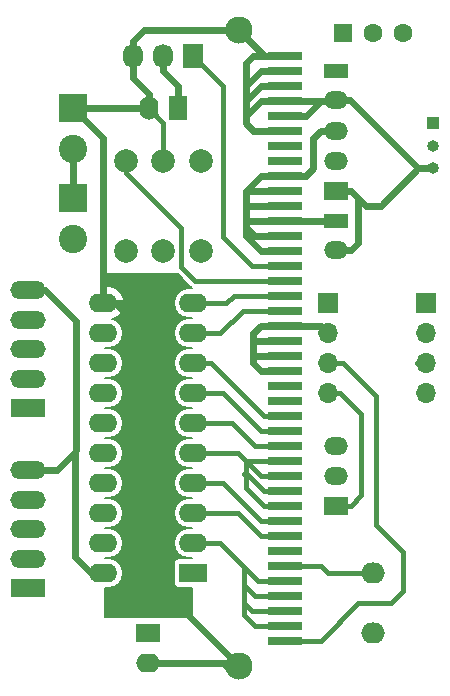
<source format=gtl>
G04 #@! TF.FileFunction,Copper,L1,Top,Signal*
%FSLAX46Y46*%
G04 Gerber Fmt 4.6, Leading zero omitted, Abs format (unit mm)*
G04 Created by KiCad (PCBNEW 4.0.7) date 10/20/19 14:23:03*
%MOMM*%
%LPD*%
G01*
G04 APERTURE LIST*
%ADD10C,0.100000*%
%ADD11R,3.000000X1.500000*%
%ADD12O,3.000000X1.500000*%
%ADD13R,1.000000X1.000000*%
%ADD14O,1.000000X1.000000*%
%ADD15R,1.700000X1.700000*%
%ADD16O,1.700000X1.700000*%
%ADD17O,2.000000X1.778000*%
%ADD18R,2.000000X1.300000*%
%ADD19O,2.000000X1.500000*%
%ADD20R,1.600000X2.000000*%
%ADD21O,1.600000X2.000000*%
%ADD22O,2.000000X1.600000*%
%ADD23R,2.000000X1.600000*%
%ADD24O,2.000000X1.520000*%
%ADD25R,2.000000X1.520000*%
%ADD26R,1.727200X2.032000*%
%ADD27O,1.727200X2.032000*%
%ADD28C,2.400000*%
%ADD29R,2.400000X2.400000*%
%ADD30C,2.300000*%
%ADD31R,2.900000X0.800000*%
%ADD32C,2.000000*%
%ADD33R,1.500000X1.500000*%
%ADD34C,1.600000*%
%ADD35R,2.400000X1.600000*%
%ADD36O,2.400000X1.600000*%
%ADD37C,0.406400*%
%ADD38C,0.609600*%
%ADD39C,0.200000*%
G04 APERTURE END LIST*
D10*
D11*
X124460000Y-109220000D03*
D12*
X124460000Y-106720000D03*
X124460000Y-104220000D03*
X124460000Y-101720000D03*
X124460000Y-99220000D03*
D11*
X124460000Y-93980000D03*
D12*
X124460000Y-91480000D03*
X124460000Y-88980000D03*
X124460000Y-86480000D03*
X124460000Y-83980000D03*
D13*
X158750000Y-69850000D03*
D14*
X158750000Y-71755000D03*
X158750000Y-73660000D03*
D15*
X149860000Y-85090000D03*
D16*
X149860000Y-87630000D03*
X149860000Y-90170000D03*
X149860000Y-92710000D03*
D15*
X158115000Y-85090000D03*
D16*
X158115000Y-87630000D03*
X158115000Y-90170000D03*
X158115000Y-92710000D03*
D17*
X153670000Y-113030000D03*
X153670000Y-107950000D03*
D18*
X150495000Y-78105000D03*
D19*
X150495000Y-80605000D03*
D18*
X150495000Y-65405000D03*
D19*
X150495000Y-67905000D03*
D20*
X137160000Y-68580000D03*
D21*
X134660000Y-68580000D03*
D22*
X134620000Y-115530000D03*
D23*
X134620000Y-113030000D03*
D24*
X150495000Y-73025000D03*
X150495000Y-70485000D03*
D25*
X150495000Y-75565000D03*
D24*
X150495000Y-99695000D03*
X150495000Y-97155000D03*
D25*
X150495000Y-102235000D03*
D26*
X138430000Y-64135000D03*
D27*
X135890000Y-64135000D03*
X133350000Y-64135000D03*
D28*
X128270000Y-72080000D03*
D29*
X128270000Y-68580000D03*
D28*
X128270000Y-79700000D03*
D29*
X128270000Y-76200000D03*
D30*
X142310000Y-62000000D03*
D31*
X146210000Y-113665000D03*
X146210000Y-111125000D03*
X146210000Y-108585000D03*
X146210000Y-106045000D03*
X146210000Y-103505000D03*
X146210000Y-100965000D03*
X146210000Y-98425000D03*
X146210000Y-95885000D03*
X146210000Y-93345000D03*
X146210000Y-90805000D03*
X146210000Y-88265000D03*
X146210000Y-85725000D03*
X146210000Y-83185000D03*
X146210000Y-80645000D03*
X146210000Y-78105000D03*
X146210000Y-75565000D03*
X146210000Y-73025000D03*
X146210000Y-70485000D03*
X146210000Y-67945000D03*
X146210000Y-65405000D03*
X146210000Y-112395000D03*
X146210000Y-109855000D03*
X146210000Y-107315000D03*
X146210000Y-104775000D03*
X146210000Y-102235000D03*
X146210000Y-99695000D03*
X146210000Y-97155000D03*
X146210000Y-94615000D03*
X146210000Y-92075000D03*
X146210000Y-89535000D03*
X146210000Y-86995000D03*
X146210000Y-84455000D03*
X146210000Y-81915000D03*
X146210000Y-79375000D03*
X146210000Y-76835000D03*
X146210000Y-74295000D03*
X146210000Y-71755000D03*
X146210000Y-69215000D03*
X146210000Y-66675000D03*
X146210000Y-64135000D03*
D30*
X142310000Y-115800000D03*
D32*
X132715000Y-80645000D03*
X132715000Y-73025000D03*
X135890000Y-73025000D03*
X135890000Y-80645000D03*
X139065000Y-80645000D03*
X139065000Y-73025000D03*
D33*
X151130000Y-62230000D03*
D34*
X153670000Y-62230000D03*
X156210000Y-62230000D03*
D35*
X138430000Y-107950000D03*
D36*
X130810000Y-85090000D03*
X138430000Y-105410000D03*
X130810000Y-87630000D03*
X138430000Y-102870000D03*
X130810000Y-90170000D03*
X138430000Y-100330000D03*
X130810000Y-92710000D03*
X138430000Y-97790000D03*
X130810000Y-95250000D03*
X138430000Y-95250000D03*
X130810000Y-97790000D03*
X138430000Y-92710000D03*
X130810000Y-100330000D03*
X138430000Y-90170000D03*
X130810000Y-102870000D03*
X138430000Y-87630000D03*
X130810000Y-105410000D03*
X138430000Y-85090000D03*
X130810000Y-107950000D03*
D37*
X135890000Y-73025000D02*
X135890000Y-69810000D01*
X135890000Y-69810000D02*
X134660000Y-68580000D01*
D38*
X130810000Y-85090000D02*
X130810000Y-71120000D01*
X130810000Y-71120000D02*
X128270000Y-68580000D01*
X130810000Y-85090000D02*
X131826000Y-85090000D01*
X131826000Y-85090000D02*
X134620000Y-87884000D01*
X134620000Y-108110000D02*
X142310000Y-115800000D01*
X134620000Y-87884000D02*
X134620000Y-108110000D01*
X130810000Y-85090000D02*
X131318000Y-85090000D01*
X158750000Y-73660000D02*
X157480000Y-73660000D01*
X157480000Y-73660000D02*
X151725000Y-67905000D01*
X151725000Y-67905000D02*
X150495000Y-67905000D01*
X153035000Y-76835000D02*
X152400000Y-76200000D01*
X154305000Y-76835000D02*
X153035000Y-76835000D01*
X157480000Y-73660000D02*
X154305000Y-76835000D01*
X150495000Y-80605000D02*
X151805000Y-80605000D01*
X151765000Y-75565000D02*
X150495000Y-75565000D01*
X152400000Y-76200000D02*
X151765000Y-75565000D01*
X152400000Y-80010000D02*
X152400000Y-76200000D01*
X151805000Y-80605000D02*
X152400000Y-80010000D01*
X150495000Y-67905000D02*
X151090000Y-67905000D01*
X149860000Y-67945000D02*
X150455000Y-67945000D01*
X150455000Y-67945000D02*
X150495000Y-67905000D01*
X150495000Y-75565000D02*
X151130000Y-75565000D01*
X146210000Y-69215000D02*
X147955000Y-69215000D01*
X147955000Y-69215000D02*
X149225000Y-67945000D01*
X146210000Y-67945000D02*
X144145000Y-67945000D01*
X144145000Y-67945000D02*
X142875000Y-69215000D01*
X146210000Y-66675000D02*
X144145000Y-66675000D01*
X144145000Y-66675000D02*
X142875000Y-67945000D01*
X146210000Y-65405000D02*
X144145000Y-65405000D01*
X144145000Y-65405000D02*
X142875000Y-66675000D01*
X146210000Y-70485000D02*
X143510000Y-70485000D01*
X143510000Y-70485000D02*
X142875000Y-69850000D01*
X142875000Y-69850000D02*
X142875000Y-69215000D01*
X143510000Y-64135000D02*
X146210000Y-64135000D01*
X142875000Y-64770000D02*
X143510000Y-64135000D01*
X142875000Y-69215000D02*
X142875000Y-67945000D01*
X142875000Y-67945000D02*
X142875000Y-66675000D01*
X142875000Y-66675000D02*
X142875000Y-64770000D01*
X142310000Y-115800000D02*
X141200000Y-115800000D01*
X134620000Y-115530000D02*
X142040000Y-115530000D01*
X142040000Y-115530000D02*
X142310000Y-115800000D01*
X149900000Y-85050000D02*
X149860000Y-85090000D01*
X142310000Y-62000000D02*
X134215000Y-62000000D01*
X133350000Y-62865000D02*
X133350000Y-64135000D01*
X134215000Y-62000000D02*
X133350000Y-62865000D01*
X134660000Y-68580000D02*
X134660000Y-67350000D01*
X134660000Y-67350000D02*
X133350000Y-66040000D01*
X133350000Y-66040000D02*
X133350000Y-64135000D01*
X128270000Y-68580000D02*
X134660000Y-68580000D01*
X146210000Y-67945000D02*
X149860000Y-67945000D01*
X149860000Y-67945000D02*
X149900000Y-67945000D01*
X146210000Y-64135000D02*
X144445000Y-64135000D01*
X144445000Y-64135000D02*
X142310000Y-62000000D01*
X149225000Y-67945000D02*
X149900000Y-67945000D01*
X146210000Y-79375000D02*
X143637000Y-79375000D01*
X143637000Y-79375000D02*
X142875000Y-78613000D01*
X146210000Y-78105000D02*
X142875000Y-78105000D01*
X143002000Y-77978000D02*
X142875000Y-77978000D01*
X142875000Y-78105000D02*
X143002000Y-77978000D01*
X146210000Y-76835000D02*
X142875000Y-76835000D01*
X143002000Y-76708000D02*
X142875000Y-76708000D01*
X142875000Y-76835000D02*
X143002000Y-76708000D01*
X146210000Y-80645000D02*
X144145000Y-80645000D01*
X144145000Y-80645000D02*
X142875000Y-79375000D01*
X142875000Y-79375000D02*
X142875000Y-78613000D01*
X142875000Y-78613000D02*
X142875000Y-77978000D01*
X142875000Y-77978000D02*
X142875000Y-76708000D01*
X142875000Y-76708000D02*
X142875000Y-75565000D01*
X146210000Y-74295000D02*
X147955000Y-74295000D01*
X149225000Y-70485000D02*
X150495000Y-70485000D01*
X148590000Y-71120000D02*
X149225000Y-70485000D01*
X148590000Y-73660000D02*
X148590000Y-71120000D01*
X147955000Y-74295000D02*
X148590000Y-73660000D01*
X150495000Y-78105000D02*
X149860000Y-78105000D01*
X149860000Y-78105000D02*
X146210000Y-78105000D01*
X146210000Y-75565000D02*
X142875000Y-75565000D01*
X146210000Y-74295000D02*
X144145000Y-74295000D01*
X144145000Y-74295000D02*
X142875000Y-75565000D01*
X150495000Y-70485000D02*
X151130000Y-70485000D01*
D37*
X146210000Y-113665000D02*
X149225000Y-113665000D01*
X151130000Y-90170000D02*
X149860000Y-90170000D01*
X153924000Y-92964000D02*
X151130000Y-90170000D01*
X153924000Y-94996000D02*
X153924000Y-92964000D01*
X153924000Y-103886000D02*
X153924000Y-94996000D01*
X156210000Y-106172000D02*
X153924000Y-103886000D01*
X156210000Y-109474000D02*
X156210000Y-106172000D01*
X155194000Y-110490000D02*
X156210000Y-109474000D01*
X152400000Y-110490000D02*
X155194000Y-110490000D01*
X149225000Y-113665000D02*
X152400000Y-110490000D01*
D38*
X157480000Y-90170000D02*
X158115000Y-90170000D01*
D37*
X146210000Y-109855000D02*
X143637000Y-109855000D01*
X143637000Y-109855000D02*
X142748000Y-108966000D01*
X146210000Y-111125000D02*
X143383000Y-111125000D01*
X143383000Y-111125000D02*
X142748000Y-110490000D01*
X146210000Y-112395000D02*
X143637000Y-112395000D01*
X142748000Y-111506000D02*
X142748000Y-110490000D01*
X142748000Y-110490000D02*
X142748000Y-108966000D01*
X142748000Y-108966000D02*
X142748000Y-107442000D01*
X143637000Y-112395000D02*
X142748000Y-111506000D01*
X146210000Y-108585000D02*
X143891000Y-108585000D01*
X140716000Y-105410000D02*
X138430000Y-105410000D01*
X143891000Y-108585000D02*
X142748000Y-107442000D01*
X142748000Y-107442000D02*
X140716000Y-105410000D01*
X146210000Y-103505000D02*
X144145000Y-103505000D01*
X140970000Y-100330000D02*
X138430000Y-100330000D01*
X144145000Y-103505000D02*
X140970000Y-100330000D01*
X146210000Y-99695000D02*
X144145000Y-99695000D01*
X144145000Y-99695000D02*
X142875000Y-98425000D01*
X146210000Y-100965000D02*
X144399000Y-100965000D01*
X142748000Y-99568000D02*
X142875000Y-99568000D01*
X142875000Y-99441000D02*
X142748000Y-99568000D01*
X144399000Y-100965000D02*
X142875000Y-99441000D01*
X146210000Y-102235000D02*
X144399000Y-102235000D01*
X142875000Y-100711000D02*
X142875000Y-99568000D01*
X142875000Y-99568000D02*
X142875000Y-98425000D01*
X144399000Y-102235000D02*
X142875000Y-100711000D01*
X146210000Y-98425000D02*
X142875000Y-98425000D01*
X142240000Y-97790000D02*
X138430000Y-97790000D01*
X142875000Y-98425000D02*
X142240000Y-97790000D01*
X146210000Y-95885000D02*
X144145000Y-95885000D01*
X140970000Y-92710000D02*
X138430000Y-92710000D01*
X144145000Y-95885000D02*
X140970000Y-92710000D01*
D38*
X146210000Y-88265000D02*
X143510000Y-88265000D01*
X146210000Y-89535000D02*
X143510000Y-89535000D01*
X146210000Y-90805000D02*
X144145000Y-90805000D01*
X144145000Y-86995000D02*
X146210000Y-86995000D01*
X143510000Y-87630000D02*
X144145000Y-86995000D01*
X143510000Y-90170000D02*
X143510000Y-89535000D01*
X143510000Y-89535000D02*
X143510000Y-88265000D01*
X143510000Y-88265000D02*
X143510000Y-87630000D01*
X144145000Y-90805000D02*
X143510000Y-90170000D01*
X146210000Y-86995000D02*
X149225000Y-86995000D01*
X149225000Y-86995000D02*
X149860000Y-87630000D01*
D37*
X146210000Y-85725000D02*
X142621000Y-85725000D01*
X140716000Y-87630000D02*
X138430000Y-87630000D01*
X142621000Y-85725000D02*
X140716000Y-87630000D01*
D38*
X138430000Y-87630000D02*
X137795000Y-87630000D01*
D37*
X146210000Y-83185000D02*
X138557000Y-83185000D01*
X132715000Y-74041000D02*
X132715000Y-73025000D01*
X137414000Y-78740000D02*
X132715000Y-74041000D01*
X137414000Y-82042000D02*
X137414000Y-78740000D01*
X138557000Y-83185000D02*
X137414000Y-82042000D01*
X146210000Y-107315000D02*
X149225000Y-107315000D01*
X149860000Y-107950000D02*
X153670000Y-107950000D01*
X149225000Y-107315000D02*
X149860000Y-107950000D01*
X146210000Y-104775000D02*
X144145000Y-104775000D01*
X142240000Y-102870000D02*
X138430000Y-102870000D01*
X144145000Y-104775000D02*
X142240000Y-102870000D01*
X146210000Y-97155000D02*
X143637000Y-97155000D01*
X141732000Y-95250000D02*
X138430000Y-95250000D01*
X143637000Y-97155000D02*
X141732000Y-95250000D01*
X146210000Y-94615000D02*
X144399000Y-94615000D01*
X139954000Y-90170000D02*
X138430000Y-90170000D01*
X144399000Y-94615000D02*
X139954000Y-90170000D01*
X146210000Y-84455000D02*
X141859000Y-84455000D01*
X141224000Y-85090000D02*
X138430000Y-85090000D01*
X141859000Y-84455000D02*
X141224000Y-85090000D01*
X146210000Y-81915000D02*
X143383000Y-81915000D01*
X140970000Y-66675000D02*
X138430000Y-64135000D01*
X140970000Y-79502000D02*
X140970000Y-66675000D01*
X143383000Y-81915000D02*
X140970000Y-79502000D01*
D38*
X138430000Y-64770000D02*
X138430000Y-64135000D01*
X128397000Y-97663000D02*
X128397000Y-106553000D01*
X128397000Y-106553000D02*
X129794000Y-107950000D01*
X129794000Y-107950000D02*
X130810000Y-107950000D01*
X124460000Y-83980000D02*
X125890000Y-83980000D01*
X125890000Y-83980000D02*
X128524000Y-86614000D01*
X126840000Y-99220000D02*
X124460000Y-99220000D01*
X128524000Y-97536000D02*
X128397000Y-97663000D01*
X128397000Y-97663000D02*
X126840000Y-99220000D01*
X128524000Y-86614000D02*
X128524000Y-97536000D01*
X135890000Y-64135000D02*
X135890000Y-65405000D01*
X135890000Y-65405000D02*
X137160000Y-66675000D01*
X137160000Y-66675000D02*
X137160000Y-68580000D01*
X128270000Y-72080000D02*
X128270000Y-76200000D01*
D37*
X150495000Y-102235000D02*
X151765000Y-102235000D01*
X150876000Y-92710000D02*
X149860000Y-92710000D01*
X152654000Y-94488000D02*
X150876000Y-92710000D01*
X152654000Y-101346000D02*
X152654000Y-94488000D01*
X151765000Y-102235000D02*
X152654000Y-101346000D01*
X150495000Y-102235000D02*
X150749000Y-102235000D01*
D38*
X150495000Y-102235000D02*
X149860000Y-102235000D01*
X150495000Y-102235000D02*
X151130000Y-102235000D01*
X150495000Y-102235000D02*
X149860000Y-102235000D01*
D39*
G36*
X138095118Y-83646882D02*
X138307031Y-83788478D01*
X138330000Y-83793047D01*
X138330000Y-83840000D01*
X137997675Y-83840000D01*
X137519321Y-83935151D01*
X137113792Y-84206117D01*
X136842826Y-84611646D01*
X136747675Y-85090000D01*
X136842826Y-85568354D01*
X137113792Y-85973883D01*
X137519321Y-86244849D01*
X137997675Y-86340000D01*
X138330000Y-86340000D01*
X138330000Y-86380000D01*
X137997675Y-86380000D01*
X137519321Y-86475151D01*
X137113792Y-86746117D01*
X136842826Y-87151646D01*
X136747675Y-87630000D01*
X136842826Y-88108354D01*
X137113792Y-88513883D01*
X137519321Y-88784849D01*
X137997675Y-88880000D01*
X138330000Y-88880000D01*
X138330000Y-88920000D01*
X137997675Y-88920000D01*
X137519321Y-89015151D01*
X137113792Y-89286117D01*
X136842826Y-89691646D01*
X136747675Y-90170000D01*
X136842826Y-90648354D01*
X137113792Y-91053883D01*
X137519321Y-91324849D01*
X137997675Y-91420000D01*
X138330000Y-91420000D01*
X138330000Y-91460000D01*
X137997675Y-91460000D01*
X137519321Y-91555151D01*
X137113792Y-91826117D01*
X136842826Y-92231646D01*
X136747675Y-92710000D01*
X136842826Y-93188354D01*
X137113792Y-93593883D01*
X137519321Y-93864849D01*
X137997675Y-93960000D01*
X138330000Y-93960000D01*
X138330000Y-94000000D01*
X137997675Y-94000000D01*
X137519321Y-94095151D01*
X137113792Y-94366117D01*
X136842826Y-94771646D01*
X136747675Y-95250000D01*
X136842826Y-95728354D01*
X137113792Y-96133883D01*
X137519321Y-96404849D01*
X137997675Y-96500000D01*
X138330000Y-96500000D01*
X138330000Y-96540000D01*
X137997675Y-96540000D01*
X137519321Y-96635151D01*
X137113792Y-96906117D01*
X136842826Y-97311646D01*
X136747675Y-97790000D01*
X136842826Y-98268354D01*
X137113792Y-98673883D01*
X137519321Y-98944849D01*
X137997675Y-99040000D01*
X138330000Y-99040000D01*
X138330000Y-99080000D01*
X137997675Y-99080000D01*
X137519321Y-99175151D01*
X137113792Y-99446117D01*
X136842826Y-99851646D01*
X136747675Y-100330000D01*
X136842826Y-100808354D01*
X137113792Y-101213883D01*
X137519321Y-101484849D01*
X137997675Y-101580000D01*
X138330000Y-101580000D01*
X138330000Y-101620000D01*
X137997675Y-101620000D01*
X137519321Y-101715151D01*
X137113792Y-101986117D01*
X136842826Y-102391646D01*
X136747675Y-102870000D01*
X136842826Y-103348354D01*
X137113792Y-103753883D01*
X137519321Y-104024849D01*
X137997675Y-104120000D01*
X138330000Y-104120000D01*
X138330000Y-104160000D01*
X137997675Y-104160000D01*
X137519321Y-104255151D01*
X137113792Y-104526117D01*
X136842826Y-104931646D01*
X136747675Y-105410000D01*
X136842826Y-105888354D01*
X137113792Y-106293883D01*
X137519321Y-106564849D01*
X137997675Y-106660000D01*
X138330000Y-106660000D01*
X138330000Y-106691184D01*
X137230000Y-106691184D01*
X137063240Y-106722562D01*
X136910081Y-106821117D01*
X136807332Y-106971495D01*
X136771184Y-107150000D01*
X136771184Y-108750000D01*
X136802562Y-108916760D01*
X136901117Y-109069919D01*
X137051495Y-109172668D01*
X137230000Y-109208816D01*
X138330000Y-109208816D01*
X138330000Y-111660000D01*
X130910000Y-111660000D01*
X130910000Y-109200000D01*
X131242325Y-109200000D01*
X131720679Y-109104849D01*
X132126208Y-108833883D01*
X132397174Y-108428354D01*
X132492325Y-107950000D01*
X132397174Y-107471646D01*
X132126208Y-107066117D01*
X131720679Y-106795151D01*
X131242325Y-106700000D01*
X130910000Y-106700000D01*
X130910000Y-106660000D01*
X131242325Y-106660000D01*
X131720679Y-106564849D01*
X132126208Y-106293883D01*
X132397174Y-105888354D01*
X132492325Y-105410000D01*
X132397174Y-104931646D01*
X132126208Y-104526117D01*
X131720679Y-104255151D01*
X131242325Y-104160000D01*
X130910000Y-104160000D01*
X130910000Y-104120000D01*
X131242325Y-104120000D01*
X131720679Y-104024849D01*
X132126208Y-103753883D01*
X132397174Y-103348354D01*
X132492325Y-102870000D01*
X132397174Y-102391646D01*
X132126208Y-101986117D01*
X131720679Y-101715151D01*
X131242325Y-101620000D01*
X130910000Y-101620000D01*
X130910000Y-101580000D01*
X131242325Y-101580000D01*
X131720679Y-101484849D01*
X132126208Y-101213883D01*
X132397174Y-100808354D01*
X132492325Y-100330000D01*
X132397174Y-99851646D01*
X132126208Y-99446117D01*
X131720679Y-99175151D01*
X131242325Y-99080000D01*
X130910000Y-99080000D01*
X130910000Y-99040000D01*
X131242325Y-99040000D01*
X131720679Y-98944849D01*
X132126208Y-98673883D01*
X132397174Y-98268354D01*
X132492325Y-97790000D01*
X132397174Y-97311646D01*
X132126208Y-96906117D01*
X131720679Y-96635151D01*
X131242325Y-96540000D01*
X130910000Y-96540000D01*
X130910000Y-96500000D01*
X131242325Y-96500000D01*
X131720679Y-96404849D01*
X132126208Y-96133883D01*
X132397174Y-95728354D01*
X132492325Y-95250000D01*
X132397174Y-94771646D01*
X132126208Y-94366117D01*
X131720679Y-94095151D01*
X131242325Y-94000000D01*
X130910000Y-94000000D01*
X130910000Y-93960000D01*
X131242325Y-93960000D01*
X131720679Y-93864849D01*
X132126208Y-93593883D01*
X132397174Y-93188354D01*
X132492325Y-92710000D01*
X132397174Y-92231646D01*
X132126208Y-91826117D01*
X131720679Y-91555151D01*
X131242325Y-91460000D01*
X130910000Y-91460000D01*
X130910000Y-91420000D01*
X131242325Y-91420000D01*
X131720679Y-91324849D01*
X132126208Y-91053883D01*
X132397174Y-90648354D01*
X132492325Y-90170000D01*
X132397174Y-89691646D01*
X132126208Y-89286117D01*
X131720679Y-89015151D01*
X131242325Y-88920000D01*
X130910000Y-88920000D01*
X130910000Y-88880000D01*
X131242325Y-88880000D01*
X131720679Y-88784849D01*
X132126208Y-88513883D01*
X132397174Y-88108354D01*
X132492325Y-87630000D01*
X132397174Y-87151646D01*
X132126208Y-86746117D01*
X131720679Y-86475151D01*
X131546465Y-86440497D01*
X131891096Y-86331889D01*
X132314501Y-85976712D01*
X132568231Y-85461042D01*
X132456523Y-85244000D01*
X130964000Y-85244000D01*
X130964000Y-85264000D01*
X130910000Y-85264000D01*
X130910000Y-84916000D01*
X130964000Y-84916000D01*
X130964000Y-84936000D01*
X132456523Y-84936000D01*
X132568231Y-84718958D01*
X132314501Y-84203288D01*
X131891096Y-83848111D01*
X131364000Y-83682000D01*
X130910000Y-83682000D01*
X130910000Y-82650000D01*
X137098236Y-82650000D01*
X138095118Y-83646882D01*
X138095118Y-83646882D01*
G37*
X138095118Y-83646882D02*
X138307031Y-83788478D01*
X138330000Y-83793047D01*
X138330000Y-83840000D01*
X137997675Y-83840000D01*
X137519321Y-83935151D01*
X137113792Y-84206117D01*
X136842826Y-84611646D01*
X136747675Y-85090000D01*
X136842826Y-85568354D01*
X137113792Y-85973883D01*
X137519321Y-86244849D01*
X137997675Y-86340000D01*
X138330000Y-86340000D01*
X138330000Y-86380000D01*
X137997675Y-86380000D01*
X137519321Y-86475151D01*
X137113792Y-86746117D01*
X136842826Y-87151646D01*
X136747675Y-87630000D01*
X136842826Y-88108354D01*
X137113792Y-88513883D01*
X137519321Y-88784849D01*
X137997675Y-88880000D01*
X138330000Y-88880000D01*
X138330000Y-88920000D01*
X137997675Y-88920000D01*
X137519321Y-89015151D01*
X137113792Y-89286117D01*
X136842826Y-89691646D01*
X136747675Y-90170000D01*
X136842826Y-90648354D01*
X137113792Y-91053883D01*
X137519321Y-91324849D01*
X137997675Y-91420000D01*
X138330000Y-91420000D01*
X138330000Y-91460000D01*
X137997675Y-91460000D01*
X137519321Y-91555151D01*
X137113792Y-91826117D01*
X136842826Y-92231646D01*
X136747675Y-92710000D01*
X136842826Y-93188354D01*
X137113792Y-93593883D01*
X137519321Y-93864849D01*
X137997675Y-93960000D01*
X138330000Y-93960000D01*
X138330000Y-94000000D01*
X137997675Y-94000000D01*
X137519321Y-94095151D01*
X137113792Y-94366117D01*
X136842826Y-94771646D01*
X136747675Y-95250000D01*
X136842826Y-95728354D01*
X137113792Y-96133883D01*
X137519321Y-96404849D01*
X137997675Y-96500000D01*
X138330000Y-96500000D01*
X138330000Y-96540000D01*
X137997675Y-96540000D01*
X137519321Y-96635151D01*
X137113792Y-96906117D01*
X136842826Y-97311646D01*
X136747675Y-97790000D01*
X136842826Y-98268354D01*
X137113792Y-98673883D01*
X137519321Y-98944849D01*
X137997675Y-99040000D01*
X138330000Y-99040000D01*
X138330000Y-99080000D01*
X137997675Y-99080000D01*
X137519321Y-99175151D01*
X137113792Y-99446117D01*
X136842826Y-99851646D01*
X136747675Y-100330000D01*
X136842826Y-100808354D01*
X137113792Y-101213883D01*
X137519321Y-101484849D01*
X137997675Y-101580000D01*
X138330000Y-101580000D01*
X138330000Y-101620000D01*
X137997675Y-101620000D01*
X137519321Y-101715151D01*
X137113792Y-101986117D01*
X136842826Y-102391646D01*
X136747675Y-102870000D01*
X136842826Y-103348354D01*
X137113792Y-103753883D01*
X137519321Y-104024849D01*
X137997675Y-104120000D01*
X138330000Y-104120000D01*
X138330000Y-104160000D01*
X137997675Y-104160000D01*
X137519321Y-104255151D01*
X137113792Y-104526117D01*
X136842826Y-104931646D01*
X136747675Y-105410000D01*
X136842826Y-105888354D01*
X137113792Y-106293883D01*
X137519321Y-106564849D01*
X137997675Y-106660000D01*
X138330000Y-106660000D01*
X138330000Y-106691184D01*
X137230000Y-106691184D01*
X137063240Y-106722562D01*
X136910081Y-106821117D01*
X136807332Y-106971495D01*
X136771184Y-107150000D01*
X136771184Y-108750000D01*
X136802562Y-108916760D01*
X136901117Y-109069919D01*
X137051495Y-109172668D01*
X137230000Y-109208816D01*
X138330000Y-109208816D01*
X138330000Y-111660000D01*
X130910000Y-111660000D01*
X130910000Y-109200000D01*
X131242325Y-109200000D01*
X131720679Y-109104849D01*
X132126208Y-108833883D01*
X132397174Y-108428354D01*
X132492325Y-107950000D01*
X132397174Y-107471646D01*
X132126208Y-107066117D01*
X131720679Y-106795151D01*
X131242325Y-106700000D01*
X130910000Y-106700000D01*
X130910000Y-106660000D01*
X131242325Y-106660000D01*
X131720679Y-106564849D01*
X132126208Y-106293883D01*
X132397174Y-105888354D01*
X132492325Y-105410000D01*
X132397174Y-104931646D01*
X132126208Y-104526117D01*
X131720679Y-104255151D01*
X131242325Y-104160000D01*
X130910000Y-104160000D01*
X130910000Y-104120000D01*
X131242325Y-104120000D01*
X131720679Y-104024849D01*
X132126208Y-103753883D01*
X132397174Y-103348354D01*
X132492325Y-102870000D01*
X132397174Y-102391646D01*
X132126208Y-101986117D01*
X131720679Y-101715151D01*
X131242325Y-101620000D01*
X130910000Y-101620000D01*
X130910000Y-101580000D01*
X131242325Y-101580000D01*
X131720679Y-101484849D01*
X132126208Y-101213883D01*
X132397174Y-100808354D01*
X132492325Y-100330000D01*
X132397174Y-99851646D01*
X132126208Y-99446117D01*
X131720679Y-99175151D01*
X131242325Y-99080000D01*
X130910000Y-99080000D01*
X130910000Y-99040000D01*
X131242325Y-99040000D01*
X131720679Y-98944849D01*
X132126208Y-98673883D01*
X132397174Y-98268354D01*
X132492325Y-97790000D01*
X132397174Y-97311646D01*
X132126208Y-96906117D01*
X131720679Y-96635151D01*
X131242325Y-96540000D01*
X130910000Y-96540000D01*
X130910000Y-96500000D01*
X131242325Y-96500000D01*
X131720679Y-96404849D01*
X132126208Y-96133883D01*
X132397174Y-95728354D01*
X132492325Y-95250000D01*
X132397174Y-94771646D01*
X132126208Y-94366117D01*
X131720679Y-94095151D01*
X131242325Y-94000000D01*
X130910000Y-94000000D01*
X130910000Y-93960000D01*
X131242325Y-93960000D01*
X131720679Y-93864849D01*
X132126208Y-93593883D01*
X132397174Y-93188354D01*
X132492325Y-92710000D01*
X132397174Y-92231646D01*
X132126208Y-91826117D01*
X131720679Y-91555151D01*
X131242325Y-91460000D01*
X130910000Y-91460000D01*
X130910000Y-91420000D01*
X131242325Y-91420000D01*
X131720679Y-91324849D01*
X132126208Y-91053883D01*
X132397174Y-90648354D01*
X132492325Y-90170000D01*
X132397174Y-89691646D01*
X132126208Y-89286117D01*
X131720679Y-89015151D01*
X131242325Y-88920000D01*
X130910000Y-88920000D01*
X130910000Y-88880000D01*
X131242325Y-88880000D01*
X131720679Y-88784849D01*
X132126208Y-88513883D01*
X132397174Y-88108354D01*
X132492325Y-87630000D01*
X132397174Y-87151646D01*
X132126208Y-86746117D01*
X131720679Y-86475151D01*
X131546465Y-86440497D01*
X131891096Y-86331889D01*
X132314501Y-85976712D01*
X132568231Y-85461042D01*
X132456523Y-85244000D01*
X130964000Y-85244000D01*
X130964000Y-85264000D01*
X130910000Y-85264000D01*
X130910000Y-84916000D01*
X130964000Y-84916000D01*
X130964000Y-84936000D01*
X132456523Y-84936000D01*
X132568231Y-84718958D01*
X132314501Y-84203288D01*
X131891096Y-83848111D01*
X131364000Y-83682000D01*
X130910000Y-83682000D01*
X130910000Y-82650000D01*
X137098236Y-82650000D01*
X138095118Y-83646882D01*
M02*

</source>
